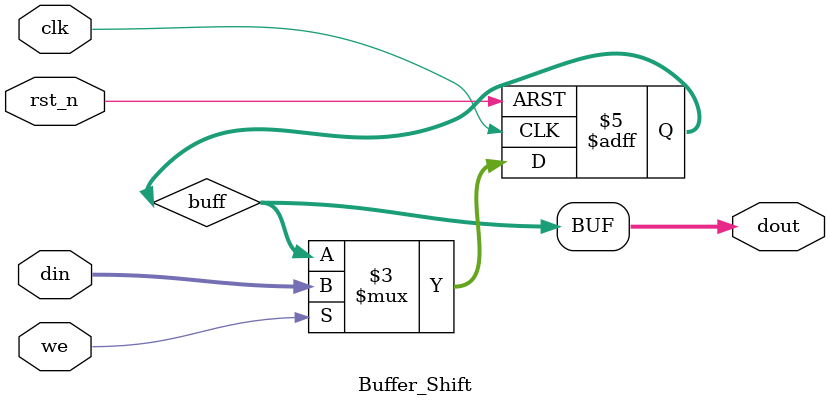
<source format=v>
module Buffer_Shift #(
    parameter NUM   = 1,
    parameter WIDTH = 16
) (
    input  wire                 clk,
    input  wire                 rst_n,
    input  wire                 we,
    input  wire [    WIDTH-1:0] din,
    output wire [WIDTH*NUM-1:0] dout
);

    reg [NUM*WIDTH-1:0] buff;
    assign dout = buff;

    //*****************************************************
    //**                 Write Buffer
    //*****************************************************
    generate
        if (NUM == 1) begin
            // NUM > 1 case, simple Register Behavior
            always @(posedge clk or negedge rst_n) begin
                if (~rst_n) buff <= 0;
                else if (we) buff <= din;  // No shifting, direct write
            end
        end else begin
            // NUM > 1 case, shift register behavior
            always @(posedge clk or negedge rst_n) begin
                if (~rst_n) buff <= 0;
                else if (we) buff <= {buff[(NUM-1)*WIDTH-1:0], din};  // Shift and insert new data
            end
        end
    endgenerate

endmodule

</source>
